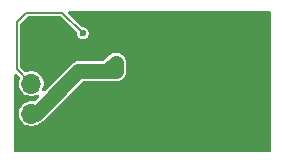
<source format=gbr>
%TF.GenerationSoftware,KiCad,Pcbnew,9.0.6+1*%
%TF.CreationDate,2026-01-19T09:17:55-08:00*%
%TF.ProjectId,yorp,796f7270-2e6b-4696-9361-645f70636258,rev?*%
%TF.SameCoordinates,Original*%
%TF.FileFunction,Copper,L4,Bot*%
%TF.FilePolarity,Positive*%
%FSLAX46Y46*%
G04 Gerber Fmt 4.6, Leading zero omitted, Abs format (unit mm)*
G04 Created by KiCad (PCBNEW 9.0.6+1) date 2026-01-19 09:17:55*
%MOMM*%
%LPD*%
G01*
G04 APERTURE LIST*
%TA.AperFunction,ComponentPad*%
%ADD10R,1.700000X1.700000*%
%TD*%
%TA.AperFunction,ComponentPad*%
%ADD11O,1.700000X1.700000*%
%TD*%
%TA.AperFunction,ViaPad*%
%ADD12C,0.600000*%
%TD*%
%TA.AperFunction,Conductor*%
%ADD13C,0.200000*%
%TD*%
%TA.AperFunction,Conductor*%
%ADD14C,1.300000*%
%TD*%
G04 APERTURE END LIST*
D10*
%TO.P,J1,1,Pin_1*%
%TO.N,GND*%
X75000000Y-82935000D03*
D11*
%TO.P,J1,2,Pin_2*%
%TO.N,/3.6V*%
X75000000Y-85475000D03*
%TO.P,J1,3,Pin_3*%
%TO.N,/5V*%
X75000000Y-88015000D03*
%TD*%
D12*
%TO.N,GND*%
X85350000Y-85250000D03*
X76300000Y-88900000D03*
X76200000Y-90300000D03*
X84925000Y-86525000D03*
X80250000Y-81246835D03*
X92050000Y-79750000D03*
X80500000Y-90900000D03*
X86975000Y-79750000D03*
X80425000Y-87650000D03*
X86075000Y-87675000D03*
X74400000Y-80600000D03*
X76900000Y-80600000D03*
X80425000Y-86500000D03*
X84250000Y-90900000D03*
X86500000Y-85250000D03*
X82600000Y-87650000D03*
X82600000Y-86500000D03*
X79500000Y-85825000D03*
X84925000Y-87675000D03*
X79250000Y-90900000D03*
X76350000Y-81300000D03*
X86275000Y-80600000D03*
X77250000Y-83175000D03*
X78000000Y-90900000D03*
X78300000Y-82350000D03*
X89525000Y-79750000D03*
X88250000Y-79750000D03*
X74900000Y-90300000D03*
X76500000Y-83975000D03*
X87250000Y-84750000D03*
X94700000Y-79750000D03*
X75050000Y-81300000D03*
X84250000Y-83000000D03*
X76750000Y-90900000D03*
X84250000Y-85250000D03*
X93425000Y-79750000D03*
X83000000Y-90900000D03*
X75650000Y-80600000D03*
X74250000Y-90900000D03*
X82200000Y-85825000D03*
X90800000Y-79750000D03*
X81750000Y-90900000D03*
X79400000Y-87650000D03*
X75500000Y-90900000D03*
%TO.N,/3.6V*%
X79375000Y-81225000D03*
%TO.N,/5V*%
X82175000Y-84450000D03*
X82175000Y-83700000D03*
%TD*%
D13*
%TO.N,/3.6V*%
X77625000Y-79475000D02*
X74575000Y-79475000D01*
X73750000Y-84225000D02*
X75000000Y-85475000D01*
X74575000Y-79475000D02*
X73750000Y-80300000D01*
X79375000Y-81225000D02*
X77625000Y-79475000D01*
X75000000Y-85475000D02*
X75000000Y-85101471D01*
X73750000Y-80300000D02*
X73750000Y-84225000D01*
D14*
%TO.N,/5V*%
X82175000Y-83700000D02*
X82175000Y-84450000D01*
X82175000Y-83700000D02*
X81425000Y-84450000D01*
X78988173Y-84450000D02*
X75423173Y-88015000D01*
X81425000Y-84450000D02*
X78988173Y-84450000D01*
X75423173Y-88015000D02*
X75000000Y-88015000D01*
X82175000Y-84450000D02*
X78988173Y-84450000D01*
%TD*%
%TA.AperFunction,Conductor*%
%TO.N,GND*%
G36*
X95267539Y-79385185D02*
G01*
X95313294Y-79437989D01*
X95324500Y-79489500D01*
X95324500Y-91180500D01*
X95304815Y-91247539D01*
X95252011Y-91293294D01*
X95200500Y-91304500D01*
X73699500Y-91304500D01*
X73632461Y-91284815D01*
X73586706Y-91232011D01*
X73575500Y-91180500D01*
X73575500Y-84774833D01*
X73595185Y-84707794D01*
X73647989Y-84662039D01*
X73717147Y-84652095D01*
X73780703Y-84681120D01*
X73787181Y-84687152D01*
X74012924Y-84912895D01*
X74046409Y-84974218D01*
X74041425Y-85043910D01*
X74039804Y-85048029D01*
X73989870Y-85168579D01*
X73989868Y-85168587D01*
X73949500Y-85371530D01*
X73949500Y-85578469D01*
X73989868Y-85781412D01*
X73989870Y-85781420D01*
X74069058Y-85972596D01*
X74184024Y-86144657D01*
X74330342Y-86290975D01*
X74330345Y-86290977D01*
X74502402Y-86405941D01*
X74693580Y-86485130D01*
X74896530Y-86525499D01*
X74896534Y-86525500D01*
X74896535Y-86525500D01*
X75103466Y-86525500D01*
X75103467Y-86525499D01*
X75306420Y-86485130D01*
X75488156Y-86409851D01*
X75557623Y-86402383D01*
X75620102Y-86433658D01*
X75655755Y-86493746D01*
X75653262Y-86563572D01*
X75623288Y-86612094D01*
X75289973Y-86945409D01*
X75228650Y-86978894D01*
X75178102Y-86979346D01*
X75103465Y-86964500D01*
X74896535Y-86964500D01*
X74896530Y-86964500D01*
X74693587Y-87004868D01*
X74693579Y-87004870D01*
X74502403Y-87084058D01*
X74330342Y-87199024D01*
X74184024Y-87345342D01*
X74069058Y-87517403D01*
X73989870Y-87708579D01*
X73989868Y-87708587D01*
X73949500Y-87911530D01*
X73949500Y-88118469D01*
X73989868Y-88321412D01*
X73989870Y-88321420D01*
X74069058Y-88512596D01*
X74184024Y-88684657D01*
X74330342Y-88830975D01*
X74330345Y-88830977D01*
X74502402Y-88945941D01*
X74693580Y-89025130D01*
X74896530Y-89065499D01*
X74896534Y-89065500D01*
X74896535Y-89065500D01*
X75103466Y-89065500D01*
X75103467Y-89065499D01*
X75306420Y-89025130D01*
X75497598Y-88945941D01*
X75649649Y-88844343D01*
X75671078Y-88832889D01*
X75671081Y-88832887D01*
X75671249Y-88832816D01*
X75671255Y-88832816D01*
X75716588Y-88814037D01*
X75826036Y-88768704D01*
X75965335Y-88675627D01*
X79304142Y-85336818D01*
X79365465Y-85303334D01*
X79391823Y-85300500D01*
X82258768Y-85300500D01*
X82258769Y-85300499D01*
X82423082Y-85267816D01*
X82577863Y-85203703D01*
X82717162Y-85110626D01*
X82835626Y-84992162D01*
X82928703Y-84852863D01*
X82992816Y-84698082D01*
X83025500Y-84533767D01*
X83025500Y-83616233D01*
X82992816Y-83451918D01*
X82968281Y-83392686D01*
X82928704Y-83297137D01*
X82835626Y-83157838D01*
X82835622Y-83157834D01*
X82835620Y-83157831D01*
X82717168Y-83039379D01*
X82717164Y-83039376D01*
X82717162Y-83039374D01*
X82577863Y-82946296D01*
X82577860Y-82946294D01*
X82577859Y-82946294D01*
X82577857Y-82946293D01*
X82468416Y-82900962D01*
X82468414Y-82900961D01*
X82423086Y-82882185D01*
X82423074Y-82882182D01*
X82258771Y-82849500D01*
X82258767Y-82849500D01*
X82091233Y-82849500D01*
X82091228Y-82849500D01*
X81926925Y-82882182D01*
X81926913Y-82882185D01*
X81881583Y-82900962D01*
X81772143Y-82946292D01*
X81632831Y-83039379D01*
X81632831Y-83039380D01*
X81109030Y-83563181D01*
X81047707Y-83596666D01*
X81021349Y-83599500D01*
X78904401Y-83599500D01*
X78740098Y-83632182D01*
X78740090Y-83632184D01*
X78585312Y-83696295D01*
X78446010Y-83789373D01*
X78446007Y-83789376D01*
X76137094Y-86098288D01*
X76075771Y-86131773D01*
X76006079Y-86126789D01*
X75950146Y-86084917D01*
X75925729Y-86019453D01*
X75934851Y-85963157D01*
X76010130Y-85781420D01*
X76050500Y-85578465D01*
X76050500Y-85371535D01*
X76010130Y-85168580D01*
X75930941Y-84977402D01*
X75815977Y-84805345D01*
X75815975Y-84805342D01*
X75669657Y-84659024D01*
X75502616Y-84547412D01*
X75497598Y-84544059D01*
X75472753Y-84533768D01*
X75306420Y-84464870D01*
X75306412Y-84464868D01*
X75103469Y-84424500D01*
X75103465Y-84424500D01*
X74896535Y-84424500D01*
X74896530Y-84424500D01*
X74693587Y-84464868D01*
X74693579Y-84464870D01*
X74573029Y-84514804D01*
X74503559Y-84522273D01*
X74441080Y-84490998D01*
X74437895Y-84487924D01*
X74086819Y-84136848D01*
X74053334Y-84075525D01*
X74050500Y-84049167D01*
X74050500Y-80475833D01*
X74070185Y-80408794D01*
X74086819Y-80388152D01*
X74663152Y-79811819D01*
X74724475Y-79778334D01*
X74750833Y-79775500D01*
X77449167Y-79775500D01*
X77516206Y-79795185D01*
X77536848Y-79811819D01*
X78838181Y-81113152D01*
X78871666Y-81174475D01*
X78874500Y-81200833D01*
X78874500Y-81290891D01*
X78908608Y-81418187D01*
X78941554Y-81475250D01*
X78974500Y-81532314D01*
X79067686Y-81625500D01*
X79181814Y-81691392D01*
X79309108Y-81725500D01*
X79309110Y-81725500D01*
X79440890Y-81725500D01*
X79440892Y-81725500D01*
X79568186Y-81691392D01*
X79682314Y-81625500D01*
X79775500Y-81532314D01*
X79841392Y-81418186D01*
X79875500Y-81290892D01*
X79875500Y-81159108D01*
X79841392Y-81031814D01*
X79775500Y-80917686D01*
X79682314Y-80824500D01*
X79625250Y-80791554D01*
X79568187Y-80758608D01*
X79504539Y-80741554D01*
X79440892Y-80724500D01*
X79350833Y-80724500D01*
X79283794Y-80704815D01*
X79263152Y-80688181D01*
X78152152Y-79577181D01*
X78118667Y-79515858D01*
X78123651Y-79446166D01*
X78165523Y-79390233D01*
X78230987Y-79365816D01*
X78239833Y-79365500D01*
X95200500Y-79365500D01*
X95267539Y-79385185D01*
G37*
%TD.AperFunction*%
%TD*%
M02*

</source>
